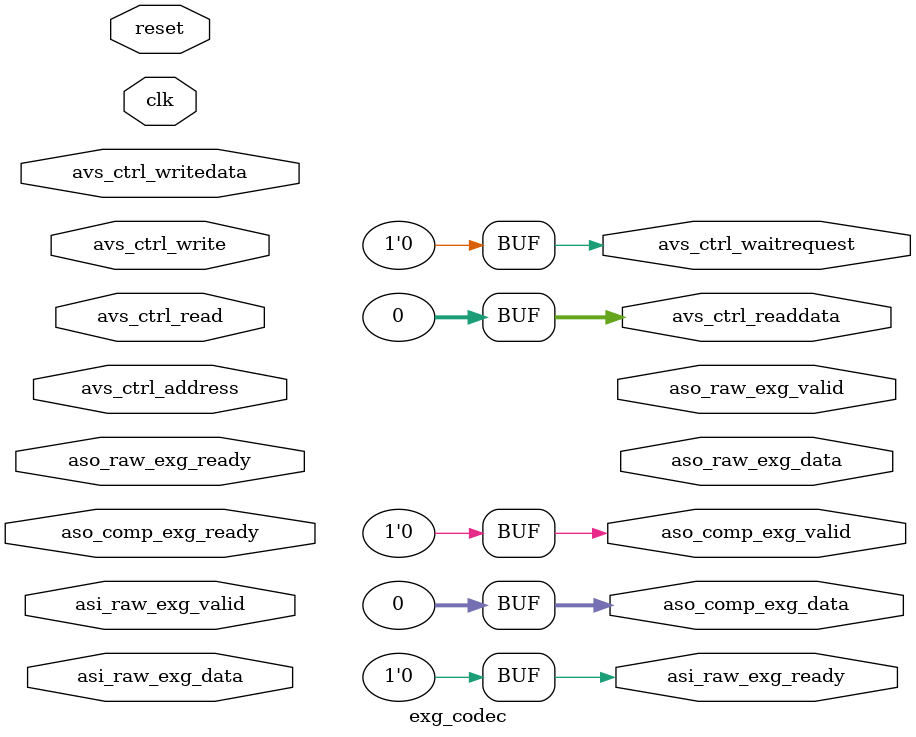
<source format=v>
/********************************************************************
 *                    COPYRIGHT LIP6 2014
 *-----------------------------------------------------------------*/
/** 
 * @file    exg_codec.v
 * @brief   Performs EXG data Compression/Processing
 *
 * This module perfoms recieves raw EXG data from AvalonST sink, perfoms compression/processing of the data
 * and sends the input raw data and compressed data to stream merger module via AvalonST sources
 *
 * @author  S. Z. Ahmed 	<syed-zahid.ahmed@lip6.fr>
 * @author  L. Lambert  	<laurent.lambert@lip6.fr>
 * @date    Fri. 28 Feb. 2014
 * 
 * Revision History
 * @version  V1.0  Fri. 28 Feb. 2014 {Initial Arch.: Template file created with qsys gui}
 *
 *******************************************************************/

`timescale 1 ps / 1 ps
module exg_codec #(
		parameter AUTO_CLOCK_CLOCK_RATE = "-1"
	) (
		input  wire        clk,                //      clock.clk
		input  wire        reset,              //      reset.reset
		input  wire [31:0] asi_raw_exg_data,       //        raw_exg.data
		output wire        asi_raw_exg_ready,      //           .ready
		input  wire        asi_raw_exg_valid,      //           .valid
		input  wire [7:0]  avs_ctrl_address,     //       ctrl.address
		input  wire        avs_ctrl_read,        //           .read
		output wire [31:0] avs_ctrl_readdata,    //           .readdata
		input  wire        avs_ctrl_write,       //           .write
		input  wire [31:0] avs_ctrl_writedata,   //           .writedata
		output wire        avs_ctrl_waitrequest, //           .waitrequest
		output wire [31:0] aso_raw_exg_data,      // raw_exg.data
		input  wire        aso_raw_exg_ready,     //           .ready
		output wire        aso_raw_exg_valid,      //           .valid
		output wire [31:0] aso_comp_exg_data,      // comp_exg.data
		input  wire        aso_comp_exg_ready,     //           .ready
		output wire        aso_comp_exg_valid      //           .valid
	);

	// TODO: Auto-generated HDL template

	assign asi_raw_exg_ready = 1'b0;

	assign avs_ctrl_waitrequest = 1'b0;

	assign avs_ctrl_readdata = 32'b00000000000000000000000000000000;

	assign aso_comp_exg_valid = 1'b0;

	assign aso_comp_exg_data = 32'b00000000000000000000000000000000;

endmodule

</source>
